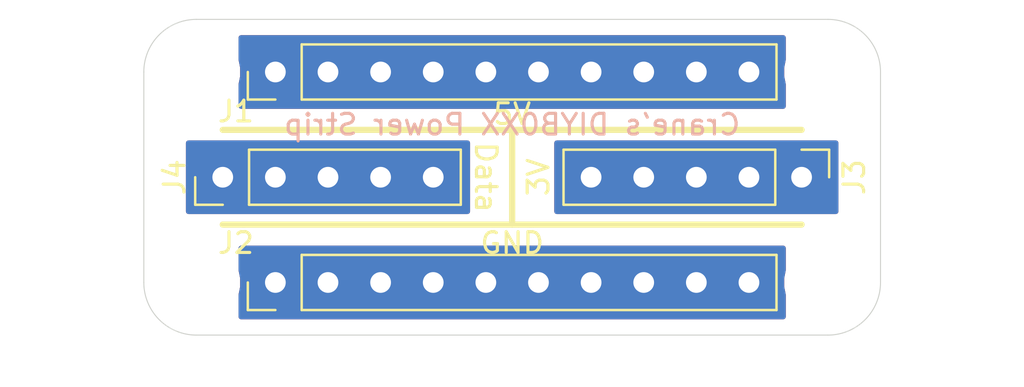
<source format=kicad_pcb>
(kicad_pcb (version 20171130) (host pcbnew "(5.1.4)-1")

  (general
    (thickness 1.6)
    (drawings 12)
    (tracks 0)
    (zones 0)
    (modules 8)
    (nets 5)
  )

  (page A4)
  (layers
    (0 F.Cu signal)
    (31 B.Cu signal)
    (32 B.Adhes user)
    (33 F.Adhes user)
    (34 B.Paste user)
    (35 F.Paste user)
    (36 B.SilkS user)
    (37 F.SilkS user)
    (38 B.Mask user)
    (39 F.Mask user)
    (40 Dwgs.User user)
    (41 Cmts.User user)
    (42 Eco1.User user)
    (43 Eco2.User user)
    (44 Edge.Cuts user)
    (45 Margin user)
    (46 B.CrtYd user)
    (47 F.CrtYd user)
    (48 B.Fab user)
    (49 F.Fab user)
  )

  (setup
    (last_trace_width 0.25)
    (user_trace_width 0.6)
    (trace_clearance 0.2)
    (zone_clearance 0.508)
    (zone_45_only no)
    (trace_min 0.2)
    (via_size 0.8)
    (via_drill 0.4)
    (via_min_size 0.4)
    (via_min_drill 0.3)
    (uvia_size 0.3)
    (uvia_drill 0.1)
    (uvias_allowed no)
    (uvia_min_size 0.2)
    (uvia_min_drill 0.1)
    (edge_width 0.05)
    (segment_width 0.2)
    (pcb_text_width 0.3)
    (pcb_text_size 1.5 1.5)
    (mod_edge_width 0.12)
    (mod_text_size 1 1)
    (mod_text_width 0.15)
    (pad_size 1.524 1.524)
    (pad_drill 0.762)
    (pad_to_mask_clearance 0.051)
    (solder_mask_min_width 0.25)
    (aux_axis_origin 0 0)
    (visible_elements 7FFFFFFF)
    (pcbplotparams
      (layerselection 0x010fc_ffffffff)
      (usegerberextensions false)
      (usegerberattributes false)
      (usegerberadvancedattributes false)
      (creategerberjobfile false)
      (excludeedgelayer true)
      (linewidth 0.150000)
      (plotframeref false)
      (viasonmask false)
      (mode 1)
      (useauxorigin false)
      (hpglpennumber 1)
      (hpglpenspeed 20)
      (hpglpendiameter 15.000000)
      (psnegative false)
      (psa4output false)
      (plotreference true)
      (plotvalue true)
      (plotinvisibletext false)
      (padsonsilk false)
      (subtractmaskfromsilk false)
      (outputformat 1)
      (mirror false)
      (drillshape 1)
      (scaleselection 1)
      (outputdirectory ""))
  )

  (net 0 "")
  (net 1 5V)
  (net 2 GND)
  (net 3 3V)
  (net 4 DATA)

  (net_class Default "This is the default net class."
    (clearance 0.2)
    (trace_width 0.25)
    (via_dia 0.8)
    (via_drill 0.4)
    (uvia_dia 0.3)
    (uvia_drill 0.1)
    (add_net 3V)
    (add_net 5V)
    (add_net DATA)
    (add_net GND)
  )

  (module MountingHole:MountingHole_3.2mm_M3 (layer F.Cu) (tedit 56D1B4CB) (tstamp 5E33F408)
    (at 168.91 76.2)
    (descr "Mounting Hole 3.2mm, no annular, M3")
    (tags "mounting hole 3.2mm no annular m3")
    (attr virtual)
    (fp_text reference REF** (at 0 -4.2) (layer F.SilkS) hide
      (effects (font (size 1 1) (thickness 0.15)))
    )
    (fp_text value MountingHole_3.2mm_M3 (at 0 4.2) (layer F.Fab)
      (effects (font (size 1 1) (thickness 0.15)))
    )
    (fp_text user %R (at 0.3 0) (layer F.Fab)
      (effects (font (size 1 1) (thickness 0.15)))
    )
    (fp_circle (center 0 0) (end 3.2 0) (layer Cmts.User) (width 0.15))
    (fp_circle (center 0 0) (end 3.45 0) (layer F.CrtYd) (width 0.05))
    (pad 1 np_thru_hole circle (at 0 0) (size 3.2 3.2) (drill 3.2) (layers *.Cu *.Mask))
  )

  (module MountingHole:MountingHole_3.2mm_M3 (layer F.Cu) (tedit 56D1B4CB) (tstamp 5E33F408)
    (at 168.91 86.36)
    (descr "Mounting Hole 3.2mm, no annular, M3")
    (tags "mounting hole 3.2mm no annular m3")
    (attr virtual)
    (fp_text reference REF** (at 0 0) (layer F.SilkS) hide
      (effects (font (size 1 1) (thickness 0.15)))
    )
    (fp_text value MountingHole_3.2mm_M3 (at 0 4.2) (layer F.Fab)
      (effects (font (size 1 1) (thickness 0.15)))
    )
    (fp_text user %R (at 0.3 0) (layer F.Fab)
      (effects (font (size 1 1) (thickness 0.15)))
    )
    (fp_circle (center 0 0) (end 3.2 0) (layer Cmts.User) (width 0.15))
    (fp_circle (center 0 0) (end 3.45 0) (layer F.CrtYd) (width 0.05))
    (pad 1 np_thru_hole circle (at 0 0) (size 3.2 3.2) (drill 3.2) (layers *.Cu *.Mask))
  )

  (module MountingHole:MountingHole_3.2mm_M3 (layer F.Cu) (tedit 56D1B4CB) (tstamp 5E33F408)
    (at 138.43 86.36)
    (descr "Mounting Hole 3.2mm, no annular, M3")
    (tags "mounting hole 3.2mm no annular m3")
    (attr virtual)
    (fp_text reference REF** (at 0 -4.2) (layer F.SilkS) hide
      (effects (font (size 1 1) (thickness 0.15)))
    )
    (fp_text value MountingHole_3.2mm_M3 (at 0 4.2) (layer F.Fab)
      (effects (font (size 1 1) (thickness 0.15)))
    )
    (fp_text user %R (at 0.3 0) (layer F.Fab)
      (effects (font (size 1 1) (thickness 0.15)))
    )
    (fp_circle (center 0 0) (end 3.2 0) (layer Cmts.User) (width 0.15))
    (fp_circle (center 0 0) (end 3.45 0) (layer F.CrtYd) (width 0.05))
    (pad 1 np_thru_hole circle (at 0 0) (size 3.2 3.2) (drill 3.2) (layers *.Cu *.Mask))
  )

  (module MountingHole:MountingHole_3.2mm_M3 (layer F.Cu) (tedit 56D1B4CB) (tstamp 5E33F388)
    (at 138.43 76.2)
    (descr "Mounting Hole 3.2mm, no annular, M3")
    (tags "mounting hole 3.2mm no annular m3")
    (attr virtual)
    (fp_text reference REF** (at 0 -4.2) (layer F.SilkS) hide
      (effects (font (size 1 1) (thickness 0.15)))
    )
    (fp_text value MountingHole_3.2mm_M3 (at 0 4.2) (layer F.Fab)
      (effects (font (size 1 1) (thickness 0.15)))
    )
    (fp_circle (center 0 0) (end 3.45 0) (layer F.CrtYd) (width 0.05))
    (fp_circle (center 0 0) (end 3.2 0) (layer Cmts.User) (width 0.15))
    (fp_text user %R (at 0.3 0) (layer F.Fab)
      (effects (font (size 1 1) (thickness 0.15)))
    )
    (pad 1 np_thru_hole circle (at 0 0) (size 3.2 3.2) (drill 3.2) (layers *.Cu *.Mask))
  )

  (module Connector_PinHeader_2.54mm:PinHeader_1x10_P2.54mm_Vertical (layer F.Cu) (tedit 59FED5CC) (tstamp 5E33EB68)
    (at 142.24 76.2 90)
    (descr "Through hole straight pin header, 1x10, 2.54mm pitch, single row")
    (tags "Through hole pin header THT 1x10 2.54mm single row")
    (path /5E338EEF)
    (fp_text reference J1 (at -1.905 -1.905 180) (layer F.SilkS)
      (effects (font (size 1 1) (thickness 0.15)))
    )
    (fp_text value 5V (at -2.032 11.43 180) (layer F.SilkS)
      (effects (font (size 1 1) (thickness 0.15)))
    )
    (fp_line (start -0.635 -1.27) (end 1.27 -1.27) (layer F.Fab) (width 0.1))
    (fp_line (start 1.27 -1.27) (end 1.27 24.13) (layer F.Fab) (width 0.1))
    (fp_line (start 1.27 24.13) (end -1.27 24.13) (layer F.Fab) (width 0.1))
    (fp_line (start -1.27 24.13) (end -1.27 -0.635) (layer F.Fab) (width 0.1))
    (fp_line (start -1.27 -0.635) (end -0.635 -1.27) (layer F.Fab) (width 0.1))
    (fp_line (start -1.33 24.19) (end 1.33 24.19) (layer F.SilkS) (width 0.12))
    (fp_line (start -1.33 1.27) (end -1.33 24.19) (layer F.SilkS) (width 0.12))
    (fp_line (start 1.33 1.27) (end 1.33 24.19) (layer F.SilkS) (width 0.12))
    (fp_line (start -1.33 1.27) (end 1.33 1.27) (layer F.SilkS) (width 0.12))
    (fp_line (start -1.33 0) (end -1.33 -1.33) (layer F.SilkS) (width 0.12))
    (fp_line (start -1.33 -1.33) (end 0 -1.33) (layer F.SilkS) (width 0.12))
    (fp_line (start -1.8 -1.8) (end -1.8 24.65) (layer F.CrtYd) (width 0.05))
    (fp_line (start -1.8 24.65) (end 1.8 24.65) (layer F.CrtYd) (width 0.05))
    (fp_line (start 1.8 24.65) (end 1.8 -1.8) (layer F.CrtYd) (width 0.05))
    (fp_line (start 1.8 -1.8) (end -1.8 -1.8) (layer F.CrtYd) (width 0.05))
    (fp_text user %R (at 0 11.43) (layer F.Fab)
      (effects (font (size 1 1) (thickness 0.15)))
    )
    (pad 1 thru_hole rect (at 0 0 90) (size 1.7 1.7) (drill 1) (layers *.Cu *.Mask)
      (net 1 5V))
    (pad 2 thru_hole oval (at 0 2.54 90) (size 1.7 1.7) (drill 1) (layers *.Cu *.Mask)
      (net 1 5V))
    (pad 3 thru_hole oval (at 0 5.08 90) (size 1.7 1.7) (drill 1) (layers *.Cu *.Mask)
      (net 1 5V))
    (pad 4 thru_hole oval (at 0 7.62 90) (size 1.7 1.7) (drill 1) (layers *.Cu *.Mask)
      (net 1 5V))
    (pad 5 thru_hole oval (at 0 10.16 90) (size 1.7 1.7) (drill 1) (layers *.Cu *.Mask)
      (net 1 5V))
    (pad 6 thru_hole oval (at 0 12.7 90) (size 1.7 1.7) (drill 1) (layers *.Cu *.Mask)
      (net 1 5V))
    (pad 7 thru_hole oval (at 0 15.24 90) (size 1.7 1.7) (drill 1) (layers *.Cu *.Mask)
      (net 1 5V))
    (pad 8 thru_hole oval (at 0 17.78 90) (size 1.7 1.7) (drill 1) (layers *.Cu *.Mask)
      (net 1 5V))
    (pad 9 thru_hole oval (at 0 20.32 90) (size 1.7 1.7) (drill 1) (layers *.Cu *.Mask)
      (net 1 5V))
    (pad 10 thru_hole oval (at 0 22.86 90) (size 1.7 1.7) (drill 1) (layers *.Cu *.Mask)
      (net 1 5V))
    (model ${KISYS3DMOD}/Connector_PinHeader_2.54mm.3dshapes/PinHeader_1x10_P2.54mm_Vertical.wrl
      (at (xyz 0 0 0))
      (scale (xyz 1 1 1))
      (rotate (xyz 0 0 0))
    )
  )

  (module Connector_PinHeader_2.54mm:PinHeader_1x10_P2.54mm_Vertical (layer F.Cu) (tedit 59FED5CC) (tstamp 5E33EB86)
    (at 142.24 86.36 90)
    (descr "Through hole straight pin header, 1x10, 2.54mm pitch, single row")
    (tags "Through hole pin header THT 1x10 2.54mm single row")
    (path /5E339C3B)
    (fp_text reference J2 (at 1.905 -1.905 180) (layer F.SilkS)
      (effects (font (size 1 1) (thickness 0.15)))
    )
    (fp_text value GND (at 1.905 11.43 180) (layer F.SilkS)
      (effects (font (size 1 1) (thickness 0.15)))
    )
    (fp_text user %R (at 0 11.43) (layer F.Fab)
      (effects (font (size 1 1) (thickness 0.15)))
    )
    (fp_line (start 1.8 -1.8) (end -1.8 -1.8) (layer F.CrtYd) (width 0.05))
    (fp_line (start 1.8 24.65) (end 1.8 -1.8) (layer F.CrtYd) (width 0.05))
    (fp_line (start -1.8 24.65) (end 1.8 24.65) (layer F.CrtYd) (width 0.05))
    (fp_line (start -1.8 -1.8) (end -1.8 24.65) (layer F.CrtYd) (width 0.05))
    (fp_line (start -1.33 -1.33) (end 0 -1.33) (layer F.SilkS) (width 0.12))
    (fp_line (start -1.33 0) (end -1.33 -1.33) (layer F.SilkS) (width 0.12))
    (fp_line (start -1.33 1.27) (end 1.33 1.27) (layer F.SilkS) (width 0.12))
    (fp_line (start 1.33 1.27) (end 1.33 24.19) (layer F.SilkS) (width 0.12))
    (fp_line (start -1.33 1.27) (end -1.33 24.19) (layer F.SilkS) (width 0.12))
    (fp_line (start -1.33 24.19) (end 1.33 24.19) (layer F.SilkS) (width 0.12))
    (fp_line (start -1.27 -0.635) (end -0.635 -1.27) (layer F.Fab) (width 0.1))
    (fp_line (start -1.27 24.13) (end -1.27 -0.635) (layer F.Fab) (width 0.1))
    (fp_line (start 1.27 24.13) (end -1.27 24.13) (layer F.Fab) (width 0.1))
    (fp_line (start 1.27 -1.27) (end 1.27 24.13) (layer F.Fab) (width 0.1))
    (fp_line (start -0.635 -1.27) (end 1.27 -1.27) (layer F.Fab) (width 0.1))
    (pad 10 thru_hole oval (at 0 22.86 90) (size 1.7 1.7) (drill 1) (layers *.Cu *.Mask)
      (net 2 GND))
    (pad 9 thru_hole oval (at 0 20.32 90) (size 1.7 1.7) (drill 1) (layers *.Cu *.Mask)
      (net 2 GND))
    (pad 8 thru_hole oval (at 0 17.78 90) (size 1.7 1.7) (drill 1) (layers *.Cu *.Mask)
      (net 2 GND))
    (pad 7 thru_hole oval (at 0 15.24 90) (size 1.7 1.7) (drill 1) (layers *.Cu *.Mask)
      (net 2 GND))
    (pad 6 thru_hole oval (at 0 12.7 90) (size 1.7 1.7) (drill 1) (layers *.Cu *.Mask)
      (net 2 GND))
    (pad 5 thru_hole oval (at 0 10.16 90) (size 1.7 1.7) (drill 1) (layers *.Cu *.Mask)
      (net 2 GND))
    (pad 4 thru_hole oval (at 0 7.62 90) (size 1.7 1.7) (drill 1) (layers *.Cu *.Mask)
      (net 2 GND))
    (pad 3 thru_hole oval (at 0 5.08 90) (size 1.7 1.7) (drill 1) (layers *.Cu *.Mask)
      (net 2 GND))
    (pad 2 thru_hole oval (at 0 2.54 90) (size 1.7 1.7) (drill 1) (layers *.Cu *.Mask)
      (net 2 GND))
    (pad 1 thru_hole rect (at 0 0 90) (size 1.7 1.7) (drill 1) (layers *.Cu *.Mask)
      (net 2 GND))
    (model ${KISYS3DMOD}/Connector_PinHeader_2.54mm.3dshapes/PinHeader_1x10_P2.54mm_Vertical.wrl
      (at (xyz 0 0 0))
      (scale (xyz 1 1 1))
      (rotate (xyz 0 0 0))
    )
  )

  (module Connector_PinHeader_2.54mm:PinHeader_1x05_P2.54mm_Vertical (layer F.Cu) (tedit 59FED5CC) (tstamp 5E33EB9F)
    (at 167.64 81.28 270)
    (descr "Through hole straight pin header, 1x05, 2.54mm pitch, single row")
    (tags "Through hole pin header THT 1x05 2.54mm single row")
    (path /5E340B97)
    (fp_text reference J3 (at 0 -2.54 90) (layer F.SilkS)
      (effects (font (size 1 1) (thickness 0.15)))
    )
    (fp_text value 3V (at 0 12.7 90) (layer F.SilkS)
      (effects (font (size 1 1) (thickness 0.15)))
    )
    (fp_line (start -0.635 -1.27) (end 1.27 -1.27) (layer F.Fab) (width 0.1))
    (fp_line (start 1.27 -1.27) (end 1.27 11.43) (layer F.Fab) (width 0.1))
    (fp_line (start 1.27 11.43) (end -1.27 11.43) (layer F.Fab) (width 0.1))
    (fp_line (start -1.27 11.43) (end -1.27 -0.635) (layer F.Fab) (width 0.1))
    (fp_line (start -1.27 -0.635) (end -0.635 -1.27) (layer F.Fab) (width 0.1))
    (fp_line (start -1.33 11.49) (end 1.33 11.49) (layer F.SilkS) (width 0.12))
    (fp_line (start -1.33 1.27) (end -1.33 11.49) (layer F.SilkS) (width 0.12))
    (fp_line (start 1.33 1.27) (end 1.33 11.49) (layer F.SilkS) (width 0.12))
    (fp_line (start -1.33 1.27) (end 1.33 1.27) (layer F.SilkS) (width 0.12))
    (fp_line (start -1.33 0) (end -1.33 -1.33) (layer F.SilkS) (width 0.12))
    (fp_line (start -1.33 -1.33) (end 0 -1.33) (layer F.SilkS) (width 0.12))
    (fp_line (start -1.8 -1.8) (end -1.8 11.95) (layer F.CrtYd) (width 0.05))
    (fp_line (start -1.8 11.95) (end 1.8 11.95) (layer F.CrtYd) (width 0.05))
    (fp_line (start 1.8 11.95) (end 1.8 -1.8) (layer F.CrtYd) (width 0.05))
    (fp_line (start 1.8 -1.8) (end -1.8 -1.8) (layer F.CrtYd) (width 0.05))
    (fp_text user %R (at 0 5.08) (layer F.Fab)
      (effects (font (size 1 1) (thickness 0.15)))
    )
    (pad 1 thru_hole rect (at 0 0 270) (size 1.7 1.7) (drill 1) (layers *.Cu *.Mask)
      (net 3 3V))
    (pad 2 thru_hole oval (at 0 2.54 270) (size 1.7 1.7) (drill 1) (layers *.Cu *.Mask)
      (net 3 3V))
    (pad 3 thru_hole oval (at 0 5.08 270) (size 1.7 1.7) (drill 1) (layers *.Cu *.Mask)
      (net 3 3V))
    (pad 4 thru_hole oval (at 0 7.62 270) (size 1.7 1.7) (drill 1) (layers *.Cu *.Mask)
      (net 3 3V))
    (pad 5 thru_hole oval (at 0 10.16 270) (size 1.7 1.7) (drill 1) (layers *.Cu *.Mask)
      (net 3 3V))
    (model ${KISYS3DMOD}/Connector_PinHeader_2.54mm.3dshapes/PinHeader_1x05_P2.54mm_Vertical.wrl
      (at (xyz 0 0 0))
      (scale (xyz 1 1 1))
      (rotate (xyz 0 0 0))
    )
  )

  (module Connector_PinHeader_2.54mm:PinHeader_1x05_P2.54mm_Vertical (layer F.Cu) (tedit 59FED5CC) (tstamp 5E33EBB8)
    (at 139.7 81.28 90)
    (descr "Through hole straight pin header, 1x05, 2.54mm pitch, single row")
    (tags "Through hole pin header THT 1x05 2.54mm single row")
    (path /5E3430D6)
    (fp_text reference J4 (at 0 -2.33 90) (layer F.SilkS)
      (effects (font (size 1 1) (thickness 0.15)))
    )
    (fp_text value Data (at 0 12.7 270 unlocked) (layer F.SilkS)
      (effects (font (size 1 1) (thickness 0.15)))
    )
    (fp_text user %R (at 0 5.08) (layer F.Fab)
      (effects (font (size 1 1) (thickness 0.15)))
    )
    (fp_line (start 1.8 -1.8) (end -1.8 -1.8) (layer F.CrtYd) (width 0.05))
    (fp_line (start 1.8 11.95) (end 1.8 -1.8) (layer F.CrtYd) (width 0.05))
    (fp_line (start -1.8 11.95) (end 1.8 11.95) (layer F.CrtYd) (width 0.05))
    (fp_line (start -1.8 -1.8) (end -1.8 11.95) (layer F.CrtYd) (width 0.05))
    (fp_line (start -1.33 -1.33) (end 0 -1.33) (layer F.SilkS) (width 0.12))
    (fp_line (start -1.33 0) (end -1.33 -1.33) (layer F.SilkS) (width 0.12))
    (fp_line (start -1.33 1.27) (end 1.33 1.27) (layer F.SilkS) (width 0.12))
    (fp_line (start 1.33 1.27) (end 1.33 11.49) (layer F.SilkS) (width 0.12))
    (fp_line (start -1.33 1.27) (end -1.33 11.49) (layer F.SilkS) (width 0.12))
    (fp_line (start -1.33 11.49) (end 1.33 11.49) (layer F.SilkS) (width 0.12))
    (fp_line (start -1.27 -0.635) (end -0.635 -1.27) (layer F.Fab) (width 0.1))
    (fp_line (start -1.27 11.43) (end -1.27 -0.635) (layer F.Fab) (width 0.1))
    (fp_line (start 1.27 11.43) (end -1.27 11.43) (layer F.Fab) (width 0.1))
    (fp_line (start 1.27 -1.27) (end 1.27 11.43) (layer F.Fab) (width 0.1))
    (fp_line (start -0.635 -1.27) (end 1.27 -1.27) (layer F.Fab) (width 0.1))
    (pad 5 thru_hole oval (at 0 10.16 90) (size 1.7 1.7) (drill 1) (layers *.Cu *.Mask)
      (net 4 DATA))
    (pad 4 thru_hole oval (at 0 7.62 90) (size 1.7 1.7) (drill 1) (layers *.Cu *.Mask)
      (net 4 DATA))
    (pad 3 thru_hole oval (at 0 5.08 90) (size 1.7 1.7) (drill 1) (layers *.Cu *.Mask)
      (net 4 DATA))
    (pad 2 thru_hole oval (at 0 2.54 90) (size 1.7 1.7) (drill 1) (layers *.Cu *.Mask)
      (net 4 DATA))
    (pad 1 thru_hole rect (at 0 0 90) (size 1.7 1.7) (drill 1) (layers *.Cu *.Mask)
      (net 4 DATA))
    (model ${KISYS3DMOD}/Connector_PinHeader_2.54mm.3dshapes/PinHeader_1x05_P2.54mm_Vertical.wrl
      (at (xyz 0 0 0))
      (scale (xyz 1 1 1))
      (rotate (xyz 0 0 0))
    )
  )

  (gr_text "Crane's DIYB0XX Power Strip" (at 153.67 78.74) (layer B.SilkS)
    (effects (font (size 1 1) (thickness 0.15)) (justify mirror))
  )
  (gr_line (start 153.67 78.994) (end 153.67 83.566) (layer F.SilkS) (width 0.3))
  (gr_line (start 139.7 78.994) (end 167.64 78.994) (layer F.SilkS) (width 0.3) (tstamp 5E33EF97))
  (gr_line (start 168.91 73.66) (end 138.43 73.66) (layer Edge.Cuts) (width 0.05) (tstamp 5E33EC73))
  (gr_arc (start 168.91 76.2) (end 171.45 76.2) (angle -90) (layer Edge.Cuts) (width 0.05))
  (gr_arc (start 168.91 86.36) (end 168.91 88.9) (angle -90) (layer Edge.Cuts) (width 0.05))
  (gr_arc (start 138.43 86.36) (end 135.89 86.36) (angle -90) (layer Edge.Cuts) (width 0.05))
  (gr_arc (start 138.43 76.2) (end 138.43 73.66) (angle -90) (layer Edge.Cuts) (width 0.05))
  (gr_line (start 171.45 86.36) (end 171.45 76.2) (layer Edge.Cuts) (width 0.05))
  (gr_line (start 138.43 88.9) (end 168.91 88.9) (layer Edge.Cuts) (width 0.05))
  (gr_line (start 135.89 76.2) (end 135.89 86.36) (layer Edge.Cuts) (width 0.05))
  (gr_line (start 139.7 83.566) (end 167.64 83.566) (layer F.SilkS) (width 0.3))

  (zone (net 1) (net_name 5V) (layer F.Cu) (tstamp 0) (hatch edge 0.508)
    (connect_pads yes (clearance 0.508))
    (min_thickness 0.254)
    (fill yes (arc_segments 32) (thermal_gap 0.508) (thermal_bridge_width 0.508))
    (polygon
      (pts
        (xy 140.462 74.422) (xy 140.462 75.438) (xy 140.462 77.978) (xy 166.878 77.978) (xy 166.878 74.422)
      )
    )
    (filled_polygon
      (pts
        (xy 166.751 75.597795) (xy 166.675 75.979872) (xy 166.675 76.420128) (xy 166.751 76.802205) (xy 166.751 77.851)
        (xy 140.589 77.851) (xy 140.589 76.802205) (xy 140.665 76.420128) (xy 140.665 75.979872) (xy 140.589 75.597795)
        (xy 140.589 74.549) (xy 166.751 74.549)
      )
    )
  )
  (zone (net 4) (net_name DATA) (layer F.Cu) (tstamp 0) (hatch edge 0.508)
    (connect_pads yes (clearance 0.508))
    (min_thickness 0.254)
    (fill yes (arc_segments 32) (thermal_gap 0.508) (thermal_bridge_width 0.508))
    (polygon
      (pts
        (xy 137.922 79.502) (xy 137.922 83.058) (xy 151.638 83.058) (xy 151.638 79.502)
      )
    )
    (filled_polygon
      (pts
        (xy 151.511 82.931) (xy 138.049 82.931) (xy 138.049 79.629) (xy 151.511 79.629)
      )
    )
  )
  (zone (net 3) (net_name 3V) (layer F.Cu) (tstamp 0) (hatch edge 0.508)
    (connect_pads yes (clearance 0.508))
    (min_thickness 0.254)
    (fill yes (arc_segments 32) (thermal_gap 0.508) (thermal_bridge_width 0.508))
    (polygon
      (pts
        (xy 155.702 79.502) (xy 155.702 83.058) (xy 169.164 83.058) (xy 169.418 83.058) (xy 169.418 79.502)
      )
    )
    (filled_polygon
      (pts
        (xy 169.291 82.931) (xy 155.829 82.931) (xy 155.829 79.629) (xy 169.291 79.629)
      )
    )
  )
  (zone (net 2) (net_name GND) (layer F.Cu) (tstamp 0) (hatch edge 0.508)
    (connect_pads yes (clearance 0.508))
    (min_thickness 0.254)
    (fill yes (arc_segments 32) (thermal_gap 0.508) (thermal_bridge_width 0.508))
    (polygon
      (pts
        (xy 140.462 84.582) (xy 140.462 88.138) (xy 166.878 88.138) (xy 166.878 84.582)
      )
    )
    (filled_polygon
      (pts
        (xy 166.751 85.757795) (xy 166.675 86.139872) (xy 166.675 86.580128) (xy 166.751 86.962205) (xy 166.751 88.011)
        (xy 140.589 88.011) (xy 140.589 86.962205) (xy 140.665 86.580128) (xy 140.665 86.139872) (xy 140.589 85.757795)
        (xy 140.589 84.709) (xy 166.751 84.709)
      )
    )
  )
  (zone (net 2) (net_name GND) (layer B.Cu) (tstamp 5E33F891) (hatch edge 0.508)
    (connect_pads yes (clearance 0.508))
    (min_thickness 0.254)
    (fill yes (arc_segments 32) (thermal_gap 0.508) (thermal_bridge_width 0.508))
    (polygon
      (pts
        (xy 140.462 84.582) (xy 140.462 88.138) (xy 166.878 88.138) (xy 166.878 84.582)
      )
    )
    (filled_polygon
      (pts
        (xy 166.751 85.757795) (xy 166.675 86.139872) (xy 166.675 86.580128) (xy 166.751 86.962205) (xy 166.751 88.011)
        (xy 140.589 88.011) (xy 140.589 86.962205) (xy 140.665 86.580128) (xy 140.665 86.139872) (xy 140.589 85.757795)
        (xy 140.589 84.709) (xy 166.751 84.709)
      )
    )
  )
  (zone (net 4) (net_name DATA) (layer B.Cu) (tstamp 5E33F8CC) (hatch edge 0.508)
    (connect_pads yes (clearance 0.508))
    (min_thickness 0.254)
    (fill yes (arc_segments 32) (thermal_gap 0.508) (thermal_bridge_width 0.508))
    (polygon
      (pts
        (xy 137.922 79.502) (xy 137.922 83.058) (xy 151.638 83.058) (xy 151.638 79.502)
      )
    )
    (filled_polygon
      (pts
        (xy 151.511 82.931) (xy 138.049 82.931) (xy 138.049 79.629) (xy 151.511 79.629)
      )
    )
  )
  (zone (net 1) (net_name 5V) (layer B.Cu) (tstamp 5E33F8F2) (hatch edge 0.508)
    (connect_pads yes (clearance 0.508))
    (min_thickness 0.254)
    (fill yes (arc_segments 32) (thermal_gap 0.508) (thermal_bridge_width 0.508))
    (polygon
      (pts
        (xy 140.462 74.422) (xy 140.462 75.438) (xy 140.462 77.978) (xy 166.878 77.978) (xy 166.878 74.422)
      )
    )
    (filled_polygon
      (pts
        (xy 166.751 75.597795) (xy 166.675 75.979872) (xy 166.675 76.420128) (xy 166.751 76.802205) (xy 166.751 77.851)
        (xy 140.589 77.851) (xy 140.589 76.802205) (xy 140.665 76.420128) (xy 140.665 75.979872) (xy 140.589 75.597795)
        (xy 140.589 74.549) (xy 166.751 74.549)
      )
    )
  )
  (zone (net 3) (net_name 3V) (layer B.Cu) (tstamp 5E33F90C) (hatch edge 0.508)
    (connect_pads yes (clearance 0.508))
    (min_thickness 0.254)
    (fill yes (arc_segments 32) (thermal_gap 0.508) (thermal_bridge_width 0.508))
    (polygon
      (pts
        (xy 155.702 79.502) (xy 155.702 83.058) (xy 169.164 83.058) (xy 169.418 83.058) (xy 169.418 79.502)
      )
    )
    (filled_polygon
      (pts
        (xy 169.291 82.931) (xy 155.829 82.931) (xy 155.829 79.629) (xy 169.291 79.629)
      )
    )
  )
)

</source>
